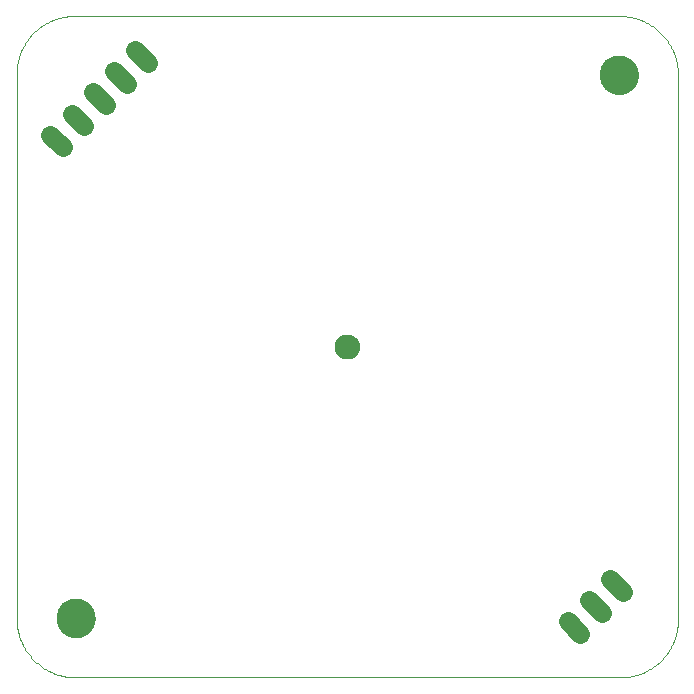
<source format=gts>
G75*
%MOIN*%
%OFA0B0*%
%FSLAX25Y25*%
%IPPOS*%
%LPD*%
%AMOC8*
5,1,8,0,0,1.08239X$1,22.5*
%
%ADD10C,0.00039*%
%ADD11C,0.00000*%
%ADD12C,0.12998*%
%ADD13C,0.08274*%
%ADD14C,0.06400*%
D10*
X0059997Y0061910D02*
X0059997Y0243406D01*
X0060003Y0243872D01*
X0060020Y0244338D01*
X0060048Y0244803D01*
X0060087Y0245268D01*
X0060138Y0245731D01*
X0060199Y0246193D01*
X0060272Y0246654D01*
X0060356Y0247112D01*
X0060451Y0247569D01*
X0060558Y0248023D01*
X0060675Y0248474D01*
X0060802Y0248922D01*
X0060941Y0249367D01*
X0061091Y0249809D01*
X0061251Y0250247D01*
X0061421Y0250681D01*
X0061602Y0251110D01*
X0061793Y0251535D01*
X0061995Y0251956D01*
X0062207Y0252371D01*
X0062428Y0252781D01*
X0062660Y0253186D01*
X0062901Y0253585D01*
X0063152Y0253978D01*
X0063412Y0254365D01*
X0063681Y0254745D01*
X0063960Y0255119D01*
X0064247Y0255486D01*
X0064544Y0255846D01*
X0064848Y0256198D01*
X0065162Y0256543D01*
X0065483Y0256881D01*
X0065813Y0257211D01*
X0066151Y0257532D01*
X0066496Y0257846D01*
X0066848Y0258150D01*
X0067208Y0258447D01*
X0067575Y0258734D01*
X0067949Y0259013D01*
X0068329Y0259282D01*
X0068716Y0259542D01*
X0069109Y0259793D01*
X0069508Y0260034D01*
X0069913Y0260266D01*
X0070323Y0260487D01*
X0070738Y0260699D01*
X0071159Y0260901D01*
X0071584Y0261092D01*
X0072013Y0261273D01*
X0072447Y0261443D01*
X0072885Y0261603D01*
X0073327Y0261753D01*
X0073772Y0261892D01*
X0074220Y0262019D01*
X0074671Y0262136D01*
X0075125Y0262243D01*
X0075582Y0262338D01*
X0076040Y0262422D01*
X0076501Y0262495D01*
X0076963Y0262556D01*
X0077426Y0262607D01*
X0077891Y0262646D01*
X0078356Y0262674D01*
X0078822Y0262691D01*
X0079288Y0262697D01*
X0260784Y0262697D01*
X0261260Y0262691D01*
X0261735Y0262674D01*
X0262210Y0262645D01*
X0262684Y0262605D01*
X0263157Y0262553D01*
X0263628Y0262490D01*
X0264098Y0262416D01*
X0264566Y0262330D01*
X0265032Y0262233D01*
X0265495Y0262125D01*
X0265955Y0262006D01*
X0266413Y0261875D01*
X0266867Y0261734D01*
X0267318Y0261581D01*
X0267764Y0261418D01*
X0268207Y0261244D01*
X0268645Y0261059D01*
X0269079Y0260864D01*
X0269508Y0260658D01*
X0269932Y0260442D01*
X0270351Y0260216D01*
X0270764Y0259980D01*
X0271171Y0259734D01*
X0271572Y0259478D01*
X0271966Y0259212D01*
X0272355Y0258937D01*
X0272736Y0258653D01*
X0273110Y0258360D01*
X0273478Y0258058D01*
X0273838Y0257746D01*
X0274190Y0257427D01*
X0274534Y0257099D01*
X0274871Y0256762D01*
X0275199Y0256418D01*
X0275518Y0256066D01*
X0275830Y0255706D01*
X0276132Y0255338D01*
X0276425Y0254964D01*
X0276709Y0254583D01*
X0276984Y0254194D01*
X0277250Y0253800D01*
X0277506Y0253399D01*
X0277752Y0252992D01*
X0277988Y0252579D01*
X0278214Y0252160D01*
X0278430Y0251736D01*
X0278636Y0251307D01*
X0278831Y0250873D01*
X0279016Y0250435D01*
X0279190Y0249992D01*
X0279353Y0249546D01*
X0279506Y0249095D01*
X0279647Y0248641D01*
X0279778Y0248183D01*
X0279897Y0247723D01*
X0280005Y0247260D01*
X0280102Y0246794D01*
X0280188Y0246326D01*
X0280262Y0245856D01*
X0280325Y0245385D01*
X0280377Y0244912D01*
X0280417Y0244438D01*
X0280446Y0243963D01*
X0280463Y0243488D01*
X0280469Y0243012D01*
X0280469Y0061516D01*
X0280463Y0061050D01*
X0280446Y0060584D01*
X0280418Y0060119D01*
X0280379Y0059654D01*
X0280328Y0059191D01*
X0280267Y0058729D01*
X0280194Y0058268D01*
X0280110Y0057810D01*
X0280015Y0057353D01*
X0279908Y0056899D01*
X0279791Y0056448D01*
X0279664Y0056000D01*
X0279525Y0055555D01*
X0279375Y0055113D01*
X0279215Y0054675D01*
X0279045Y0054241D01*
X0278864Y0053812D01*
X0278673Y0053387D01*
X0278471Y0052966D01*
X0278259Y0052551D01*
X0278038Y0052141D01*
X0277806Y0051736D01*
X0277565Y0051337D01*
X0277314Y0050944D01*
X0277054Y0050557D01*
X0276785Y0050177D01*
X0276506Y0049803D01*
X0276219Y0049436D01*
X0275922Y0049076D01*
X0275618Y0048724D01*
X0275304Y0048379D01*
X0274983Y0048041D01*
X0274653Y0047711D01*
X0274315Y0047390D01*
X0273970Y0047076D01*
X0273618Y0046772D01*
X0273258Y0046475D01*
X0272891Y0046188D01*
X0272517Y0045909D01*
X0272137Y0045640D01*
X0271750Y0045380D01*
X0271357Y0045129D01*
X0270958Y0044888D01*
X0270553Y0044656D01*
X0270143Y0044435D01*
X0269728Y0044223D01*
X0269307Y0044021D01*
X0268882Y0043830D01*
X0268453Y0043649D01*
X0268019Y0043479D01*
X0267581Y0043319D01*
X0267139Y0043169D01*
X0266694Y0043030D01*
X0266246Y0042903D01*
X0265795Y0042786D01*
X0265341Y0042679D01*
X0264884Y0042584D01*
X0264426Y0042500D01*
X0263965Y0042427D01*
X0263503Y0042366D01*
X0263040Y0042315D01*
X0262575Y0042276D01*
X0262110Y0042248D01*
X0261644Y0042231D01*
X0261178Y0042225D01*
X0079682Y0042225D01*
X0079206Y0042231D01*
X0078731Y0042248D01*
X0078256Y0042277D01*
X0077782Y0042317D01*
X0077309Y0042369D01*
X0076838Y0042432D01*
X0076368Y0042506D01*
X0075900Y0042592D01*
X0075434Y0042689D01*
X0074971Y0042797D01*
X0074511Y0042916D01*
X0074053Y0043047D01*
X0073599Y0043188D01*
X0073148Y0043341D01*
X0072702Y0043504D01*
X0072259Y0043678D01*
X0071821Y0043863D01*
X0071387Y0044058D01*
X0070958Y0044264D01*
X0070534Y0044480D01*
X0070115Y0044706D01*
X0069702Y0044942D01*
X0069295Y0045188D01*
X0068894Y0045444D01*
X0068500Y0045710D01*
X0068111Y0045985D01*
X0067730Y0046269D01*
X0067356Y0046562D01*
X0066988Y0046864D01*
X0066628Y0047176D01*
X0066276Y0047495D01*
X0065932Y0047823D01*
X0065595Y0048160D01*
X0065267Y0048504D01*
X0064948Y0048856D01*
X0064636Y0049216D01*
X0064334Y0049584D01*
X0064041Y0049958D01*
X0063757Y0050339D01*
X0063482Y0050728D01*
X0063216Y0051122D01*
X0062960Y0051523D01*
X0062714Y0051930D01*
X0062478Y0052343D01*
X0062252Y0052762D01*
X0062036Y0053186D01*
X0061830Y0053615D01*
X0061635Y0054049D01*
X0061450Y0054487D01*
X0061276Y0054930D01*
X0061113Y0055376D01*
X0060960Y0055827D01*
X0060819Y0056281D01*
X0060688Y0056739D01*
X0060569Y0057199D01*
X0060461Y0057662D01*
X0060364Y0058128D01*
X0060278Y0058596D01*
X0060204Y0059066D01*
X0060141Y0059537D01*
X0060089Y0060010D01*
X0060049Y0060484D01*
X0060020Y0060959D01*
X0060003Y0061434D01*
X0059997Y0061910D01*
D11*
X0073383Y0061910D02*
X0073385Y0062068D01*
X0073391Y0062226D01*
X0073401Y0062384D01*
X0073415Y0062542D01*
X0073433Y0062699D01*
X0073454Y0062856D01*
X0073480Y0063012D01*
X0073510Y0063168D01*
X0073543Y0063323D01*
X0073581Y0063476D01*
X0073622Y0063629D01*
X0073667Y0063781D01*
X0073716Y0063932D01*
X0073769Y0064081D01*
X0073825Y0064229D01*
X0073885Y0064375D01*
X0073949Y0064520D01*
X0074017Y0064663D01*
X0074088Y0064805D01*
X0074162Y0064945D01*
X0074240Y0065082D01*
X0074322Y0065218D01*
X0074406Y0065352D01*
X0074495Y0065483D01*
X0074586Y0065612D01*
X0074681Y0065739D01*
X0074778Y0065864D01*
X0074879Y0065986D01*
X0074983Y0066105D01*
X0075090Y0066222D01*
X0075200Y0066336D01*
X0075313Y0066447D01*
X0075428Y0066556D01*
X0075546Y0066661D01*
X0075667Y0066763D01*
X0075790Y0066863D01*
X0075916Y0066959D01*
X0076044Y0067052D01*
X0076174Y0067142D01*
X0076307Y0067228D01*
X0076442Y0067312D01*
X0076578Y0067391D01*
X0076717Y0067468D01*
X0076858Y0067540D01*
X0077000Y0067610D01*
X0077144Y0067675D01*
X0077290Y0067737D01*
X0077437Y0067795D01*
X0077586Y0067850D01*
X0077736Y0067901D01*
X0077887Y0067948D01*
X0078039Y0067991D01*
X0078192Y0068030D01*
X0078347Y0068066D01*
X0078502Y0068097D01*
X0078658Y0068125D01*
X0078814Y0068149D01*
X0078971Y0068169D01*
X0079129Y0068185D01*
X0079286Y0068197D01*
X0079445Y0068205D01*
X0079603Y0068209D01*
X0079761Y0068209D01*
X0079919Y0068205D01*
X0080078Y0068197D01*
X0080235Y0068185D01*
X0080393Y0068169D01*
X0080550Y0068149D01*
X0080706Y0068125D01*
X0080862Y0068097D01*
X0081017Y0068066D01*
X0081172Y0068030D01*
X0081325Y0067991D01*
X0081477Y0067948D01*
X0081628Y0067901D01*
X0081778Y0067850D01*
X0081927Y0067795D01*
X0082074Y0067737D01*
X0082220Y0067675D01*
X0082364Y0067610D01*
X0082506Y0067540D01*
X0082647Y0067468D01*
X0082786Y0067391D01*
X0082922Y0067312D01*
X0083057Y0067228D01*
X0083190Y0067142D01*
X0083320Y0067052D01*
X0083448Y0066959D01*
X0083574Y0066863D01*
X0083697Y0066763D01*
X0083818Y0066661D01*
X0083936Y0066556D01*
X0084051Y0066447D01*
X0084164Y0066336D01*
X0084274Y0066222D01*
X0084381Y0066105D01*
X0084485Y0065986D01*
X0084586Y0065864D01*
X0084683Y0065739D01*
X0084778Y0065612D01*
X0084869Y0065483D01*
X0084958Y0065352D01*
X0085042Y0065218D01*
X0085124Y0065082D01*
X0085202Y0064945D01*
X0085276Y0064805D01*
X0085347Y0064663D01*
X0085415Y0064520D01*
X0085479Y0064375D01*
X0085539Y0064229D01*
X0085595Y0064081D01*
X0085648Y0063932D01*
X0085697Y0063781D01*
X0085742Y0063629D01*
X0085783Y0063476D01*
X0085821Y0063323D01*
X0085854Y0063168D01*
X0085884Y0063012D01*
X0085910Y0062856D01*
X0085931Y0062699D01*
X0085949Y0062542D01*
X0085963Y0062384D01*
X0085973Y0062226D01*
X0085979Y0062068D01*
X0085981Y0061910D01*
X0085979Y0061752D01*
X0085973Y0061594D01*
X0085963Y0061436D01*
X0085949Y0061278D01*
X0085931Y0061121D01*
X0085910Y0060964D01*
X0085884Y0060808D01*
X0085854Y0060652D01*
X0085821Y0060497D01*
X0085783Y0060344D01*
X0085742Y0060191D01*
X0085697Y0060039D01*
X0085648Y0059888D01*
X0085595Y0059739D01*
X0085539Y0059591D01*
X0085479Y0059445D01*
X0085415Y0059300D01*
X0085347Y0059157D01*
X0085276Y0059015D01*
X0085202Y0058875D01*
X0085124Y0058738D01*
X0085042Y0058602D01*
X0084958Y0058468D01*
X0084869Y0058337D01*
X0084778Y0058208D01*
X0084683Y0058081D01*
X0084586Y0057956D01*
X0084485Y0057834D01*
X0084381Y0057715D01*
X0084274Y0057598D01*
X0084164Y0057484D01*
X0084051Y0057373D01*
X0083936Y0057264D01*
X0083818Y0057159D01*
X0083697Y0057057D01*
X0083574Y0056957D01*
X0083448Y0056861D01*
X0083320Y0056768D01*
X0083190Y0056678D01*
X0083057Y0056592D01*
X0082922Y0056508D01*
X0082786Y0056429D01*
X0082647Y0056352D01*
X0082506Y0056280D01*
X0082364Y0056210D01*
X0082220Y0056145D01*
X0082074Y0056083D01*
X0081927Y0056025D01*
X0081778Y0055970D01*
X0081628Y0055919D01*
X0081477Y0055872D01*
X0081325Y0055829D01*
X0081172Y0055790D01*
X0081017Y0055754D01*
X0080862Y0055723D01*
X0080706Y0055695D01*
X0080550Y0055671D01*
X0080393Y0055651D01*
X0080235Y0055635D01*
X0080078Y0055623D01*
X0079919Y0055615D01*
X0079761Y0055611D01*
X0079603Y0055611D01*
X0079445Y0055615D01*
X0079286Y0055623D01*
X0079129Y0055635D01*
X0078971Y0055651D01*
X0078814Y0055671D01*
X0078658Y0055695D01*
X0078502Y0055723D01*
X0078347Y0055754D01*
X0078192Y0055790D01*
X0078039Y0055829D01*
X0077887Y0055872D01*
X0077736Y0055919D01*
X0077586Y0055970D01*
X0077437Y0056025D01*
X0077290Y0056083D01*
X0077144Y0056145D01*
X0077000Y0056210D01*
X0076858Y0056280D01*
X0076717Y0056352D01*
X0076578Y0056429D01*
X0076442Y0056508D01*
X0076307Y0056592D01*
X0076174Y0056678D01*
X0076044Y0056768D01*
X0075916Y0056861D01*
X0075790Y0056957D01*
X0075667Y0057057D01*
X0075546Y0057159D01*
X0075428Y0057264D01*
X0075313Y0057373D01*
X0075200Y0057484D01*
X0075090Y0057598D01*
X0074983Y0057715D01*
X0074879Y0057834D01*
X0074778Y0057956D01*
X0074681Y0058081D01*
X0074586Y0058208D01*
X0074495Y0058337D01*
X0074406Y0058468D01*
X0074322Y0058602D01*
X0074240Y0058738D01*
X0074162Y0058875D01*
X0074088Y0059015D01*
X0074017Y0059157D01*
X0073949Y0059300D01*
X0073885Y0059445D01*
X0073825Y0059591D01*
X0073769Y0059739D01*
X0073716Y0059888D01*
X0073667Y0060039D01*
X0073622Y0060191D01*
X0073581Y0060344D01*
X0073543Y0060497D01*
X0073510Y0060652D01*
X0073480Y0060808D01*
X0073454Y0060964D01*
X0073433Y0061121D01*
X0073415Y0061278D01*
X0073401Y0061436D01*
X0073391Y0061594D01*
X0073385Y0061752D01*
X0073383Y0061910D01*
X0166296Y0152461D02*
X0166298Y0152586D01*
X0166304Y0152711D01*
X0166314Y0152835D01*
X0166328Y0152959D01*
X0166345Y0153083D01*
X0166367Y0153206D01*
X0166393Y0153328D01*
X0166422Y0153450D01*
X0166455Y0153570D01*
X0166493Y0153689D01*
X0166533Y0153808D01*
X0166578Y0153924D01*
X0166626Y0154039D01*
X0166678Y0154153D01*
X0166734Y0154265D01*
X0166793Y0154375D01*
X0166855Y0154483D01*
X0166921Y0154590D01*
X0166990Y0154694D01*
X0167063Y0154795D01*
X0167138Y0154895D01*
X0167217Y0154992D01*
X0167299Y0155086D01*
X0167384Y0155178D01*
X0167471Y0155267D01*
X0167562Y0155353D01*
X0167655Y0155436D01*
X0167751Y0155517D01*
X0167849Y0155594D01*
X0167949Y0155668D01*
X0168052Y0155739D01*
X0168157Y0155806D01*
X0168265Y0155871D01*
X0168374Y0155931D01*
X0168485Y0155989D01*
X0168598Y0156042D01*
X0168712Y0156092D01*
X0168828Y0156139D01*
X0168945Y0156181D01*
X0169064Y0156220D01*
X0169184Y0156256D01*
X0169305Y0156287D01*
X0169427Y0156315D01*
X0169549Y0156338D01*
X0169673Y0156358D01*
X0169797Y0156374D01*
X0169921Y0156386D01*
X0170046Y0156394D01*
X0170171Y0156398D01*
X0170295Y0156398D01*
X0170420Y0156394D01*
X0170545Y0156386D01*
X0170669Y0156374D01*
X0170793Y0156358D01*
X0170917Y0156338D01*
X0171039Y0156315D01*
X0171161Y0156287D01*
X0171282Y0156256D01*
X0171402Y0156220D01*
X0171521Y0156181D01*
X0171638Y0156139D01*
X0171754Y0156092D01*
X0171868Y0156042D01*
X0171981Y0155989D01*
X0172092Y0155931D01*
X0172202Y0155871D01*
X0172309Y0155806D01*
X0172414Y0155739D01*
X0172517Y0155668D01*
X0172617Y0155594D01*
X0172715Y0155517D01*
X0172811Y0155436D01*
X0172904Y0155353D01*
X0172995Y0155267D01*
X0173082Y0155178D01*
X0173167Y0155086D01*
X0173249Y0154992D01*
X0173328Y0154895D01*
X0173403Y0154795D01*
X0173476Y0154694D01*
X0173545Y0154590D01*
X0173611Y0154483D01*
X0173673Y0154375D01*
X0173732Y0154265D01*
X0173788Y0154153D01*
X0173840Y0154039D01*
X0173888Y0153924D01*
X0173933Y0153808D01*
X0173973Y0153689D01*
X0174011Y0153570D01*
X0174044Y0153450D01*
X0174073Y0153328D01*
X0174099Y0153206D01*
X0174121Y0153083D01*
X0174138Y0152959D01*
X0174152Y0152835D01*
X0174162Y0152711D01*
X0174168Y0152586D01*
X0174170Y0152461D01*
X0174168Y0152336D01*
X0174162Y0152211D01*
X0174152Y0152087D01*
X0174138Y0151963D01*
X0174121Y0151839D01*
X0174099Y0151716D01*
X0174073Y0151594D01*
X0174044Y0151472D01*
X0174011Y0151352D01*
X0173973Y0151233D01*
X0173933Y0151114D01*
X0173888Y0150998D01*
X0173840Y0150883D01*
X0173788Y0150769D01*
X0173732Y0150657D01*
X0173673Y0150547D01*
X0173611Y0150439D01*
X0173545Y0150332D01*
X0173476Y0150228D01*
X0173403Y0150127D01*
X0173328Y0150027D01*
X0173249Y0149930D01*
X0173167Y0149836D01*
X0173082Y0149744D01*
X0172995Y0149655D01*
X0172904Y0149569D01*
X0172811Y0149486D01*
X0172715Y0149405D01*
X0172617Y0149328D01*
X0172517Y0149254D01*
X0172414Y0149183D01*
X0172309Y0149116D01*
X0172201Y0149051D01*
X0172092Y0148991D01*
X0171981Y0148933D01*
X0171868Y0148880D01*
X0171754Y0148830D01*
X0171638Y0148783D01*
X0171521Y0148741D01*
X0171402Y0148702D01*
X0171282Y0148666D01*
X0171161Y0148635D01*
X0171039Y0148607D01*
X0170917Y0148584D01*
X0170793Y0148564D01*
X0170669Y0148548D01*
X0170545Y0148536D01*
X0170420Y0148528D01*
X0170295Y0148524D01*
X0170171Y0148524D01*
X0170046Y0148528D01*
X0169921Y0148536D01*
X0169797Y0148548D01*
X0169673Y0148564D01*
X0169549Y0148584D01*
X0169427Y0148607D01*
X0169305Y0148635D01*
X0169184Y0148666D01*
X0169064Y0148702D01*
X0168945Y0148741D01*
X0168828Y0148783D01*
X0168712Y0148830D01*
X0168598Y0148880D01*
X0168485Y0148933D01*
X0168374Y0148991D01*
X0168264Y0149051D01*
X0168157Y0149116D01*
X0168052Y0149183D01*
X0167949Y0149254D01*
X0167849Y0149328D01*
X0167751Y0149405D01*
X0167655Y0149486D01*
X0167562Y0149569D01*
X0167471Y0149655D01*
X0167384Y0149744D01*
X0167299Y0149836D01*
X0167217Y0149930D01*
X0167138Y0150027D01*
X0167063Y0150127D01*
X0166990Y0150228D01*
X0166921Y0150332D01*
X0166855Y0150439D01*
X0166793Y0150547D01*
X0166734Y0150657D01*
X0166678Y0150769D01*
X0166626Y0150883D01*
X0166578Y0150998D01*
X0166533Y0151114D01*
X0166493Y0151233D01*
X0166455Y0151352D01*
X0166422Y0151472D01*
X0166393Y0151594D01*
X0166367Y0151716D01*
X0166345Y0151839D01*
X0166328Y0151963D01*
X0166314Y0152087D01*
X0166304Y0152211D01*
X0166298Y0152336D01*
X0166296Y0152461D01*
X0254485Y0243012D02*
X0254487Y0243170D01*
X0254493Y0243328D01*
X0254503Y0243486D01*
X0254517Y0243644D01*
X0254535Y0243801D01*
X0254556Y0243958D01*
X0254582Y0244114D01*
X0254612Y0244270D01*
X0254645Y0244425D01*
X0254683Y0244578D01*
X0254724Y0244731D01*
X0254769Y0244883D01*
X0254818Y0245034D01*
X0254871Y0245183D01*
X0254927Y0245331D01*
X0254987Y0245477D01*
X0255051Y0245622D01*
X0255119Y0245765D01*
X0255190Y0245907D01*
X0255264Y0246047D01*
X0255342Y0246184D01*
X0255424Y0246320D01*
X0255508Y0246454D01*
X0255597Y0246585D01*
X0255688Y0246714D01*
X0255783Y0246841D01*
X0255880Y0246966D01*
X0255981Y0247088D01*
X0256085Y0247207D01*
X0256192Y0247324D01*
X0256302Y0247438D01*
X0256415Y0247549D01*
X0256530Y0247658D01*
X0256648Y0247763D01*
X0256769Y0247865D01*
X0256892Y0247965D01*
X0257018Y0248061D01*
X0257146Y0248154D01*
X0257276Y0248244D01*
X0257409Y0248330D01*
X0257544Y0248414D01*
X0257680Y0248493D01*
X0257819Y0248570D01*
X0257960Y0248642D01*
X0258102Y0248712D01*
X0258246Y0248777D01*
X0258392Y0248839D01*
X0258539Y0248897D01*
X0258688Y0248952D01*
X0258838Y0249003D01*
X0258989Y0249050D01*
X0259141Y0249093D01*
X0259294Y0249132D01*
X0259449Y0249168D01*
X0259604Y0249199D01*
X0259760Y0249227D01*
X0259916Y0249251D01*
X0260073Y0249271D01*
X0260231Y0249287D01*
X0260388Y0249299D01*
X0260547Y0249307D01*
X0260705Y0249311D01*
X0260863Y0249311D01*
X0261021Y0249307D01*
X0261180Y0249299D01*
X0261337Y0249287D01*
X0261495Y0249271D01*
X0261652Y0249251D01*
X0261808Y0249227D01*
X0261964Y0249199D01*
X0262119Y0249168D01*
X0262274Y0249132D01*
X0262427Y0249093D01*
X0262579Y0249050D01*
X0262730Y0249003D01*
X0262880Y0248952D01*
X0263029Y0248897D01*
X0263176Y0248839D01*
X0263322Y0248777D01*
X0263466Y0248712D01*
X0263608Y0248642D01*
X0263749Y0248570D01*
X0263888Y0248493D01*
X0264024Y0248414D01*
X0264159Y0248330D01*
X0264292Y0248244D01*
X0264422Y0248154D01*
X0264550Y0248061D01*
X0264676Y0247965D01*
X0264799Y0247865D01*
X0264920Y0247763D01*
X0265038Y0247658D01*
X0265153Y0247549D01*
X0265266Y0247438D01*
X0265376Y0247324D01*
X0265483Y0247207D01*
X0265587Y0247088D01*
X0265688Y0246966D01*
X0265785Y0246841D01*
X0265880Y0246714D01*
X0265971Y0246585D01*
X0266060Y0246454D01*
X0266144Y0246320D01*
X0266226Y0246184D01*
X0266304Y0246047D01*
X0266378Y0245907D01*
X0266449Y0245765D01*
X0266517Y0245622D01*
X0266581Y0245477D01*
X0266641Y0245331D01*
X0266697Y0245183D01*
X0266750Y0245034D01*
X0266799Y0244883D01*
X0266844Y0244731D01*
X0266885Y0244578D01*
X0266923Y0244425D01*
X0266956Y0244270D01*
X0266986Y0244114D01*
X0267012Y0243958D01*
X0267033Y0243801D01*
X0267051Y0243644D01*
X0267065Y0243486D01*
X0267075Y0243328D01*
X0267081Y0243170D01*
X0267083Y0243012D01*
X0267081Y0242854D01*
X0267075Y0242696D01*
X0267065Y0242538D01*
X0267051Y0242380D01*
X0267033Y0242223D01*
X0267012Y0242066D01*
X0266986Y0241910D01*
X0266956Y0241754D01*
X0266923Y0241599D01*
X0266885Y0241446D01*
X0266844Y0241293D01*
X0266799Y0241141D01*
X0266750Y0240990D01*
X0266697Y0240841D01*
X0266641Y0240693D01*
X0266581Y0240547D01*
X0266517Y0240402D01*
X0266449Y0240259D01*
X0266378Y0240117D01*
X0266304Y0239977D01*
X0266226Y0239840D01*
X0266144Y0239704D01*
X0266060Y0239570D01*
X0265971Y0239439D01*
X0265880Y0239310D01*
X0265785Y0239183D01*
X0265688Y0239058D01*
X0265587Y0238936D01*
X0265483Y0238817D01*
X0265376Y0238700D01*
X0265266Y0238586D01*
X0265153Y0238475D01*
X0265038Y0238366D01*
X0264920Y0238261D01*
X0264799Y0238159D01*
X0264676Y0238059D01*
X0264550Y0237963D01*
X0264422Y0237870D01*
X0264292Y0237780D01*
X0264159Y0237694D01*
X0264024Y0237610D01*
X0263888Y0237531D01*
X0263749Y0237454D01*
X0263608Y0237382D01*
X0263466Y0237312D01*
X0263322Y0237247D01*
X0263176Y0237185D01*
X0263029Y0237127D01*
X0262880Y0237072D01*
X0262730Y0237021D01*
X0262579Y0236974D01*
X0262427Y0236931D01*
X0262274Y0236892D01*
X0262119Y0236856D01*
X0261964Y0236825D01*
X0261808Y0236797D01*
X0261652Y0236773D01*
X0261495Y0236753D01*
X0261337Y0236737D01*
X0261180Y0236725D01*
X0261021Y0236717D01*
X0260863Y0236713D01*
X0260705Y0236713D01*
X0260547Y0236717D01*
X0260388Y0236725D01*
X0260231Y0236737D01*
X0260073Y0236753D01*
X0259916Y0236773D01*
X0259760Y0236797D01*
X0259604Y0236825D01*
X0259449Y0236856D01*
X0259294Y0236892D01*
X0259141Y0236931D01*
X0258989Y0236974D01*
X0258838Y0237021D01*
X0258688Y0237072D01*
X0258539Y0237127D01*
X0258392Y0237185D01*
X0258246Y0237247D01*
X0258102Y0237312D01*
X0257960Y0237382D01*
X0257819Y0237454D01*
X0257680Y0237531D01*
X0257544Y0237610D01*
X0257409Y0237694D01*
X0257276Y0237780D01*
X0257146Y0237870D01*
X0257018Y0237963D01*
X0256892Y0238059D01*
X0256769Y0238159D01*
X0256648Y0238261D01*
X0256530Y0238366D01*
X0256415Y0238475D01*
X0256302Y0238586D01*
X0256192Y0238700D01*
X0256085Y0238817D01*
X0255981Y0238936D01*
X0255880Y0239058D01*
X0255783Y0239183D01*
X0255688Y0239310D01*
X0255597Y0239439D01*
X0255508Y0239570D01*
X0255424Y0239704D01*
X0255342Y0239840D01*
X0255264Y0239977D01*
X0255190Y0240117D01*
X0255119Y0240259D01*
X0255051Y0240402D01*
X0254987Y0240547D01*
X0254927Y0240693D01*
X0254871Y0240841D01*
X0254818Y0240990D01*
X0254769Y0241141D01*
X0254724Y0241293D01*
X0254683Y0241446D01*
X0254645Y0241599D01*
X0254612Y0241754D01*
X0254582Y0241910D01*
X0254556Y0242066D01*
X0254535Y0242223D01*
X0254517Y0242380D01*
X0254503Y0242538D01*
X0254493Y0242696D01*
X0254487Y0242854D01*
X0254485Y0243012D01*
D12*
X0260784Y0243012D03*
X0079682Y0061910D03*
D13*
X0170233Y0152461D03*
D14*
X0089677Y0233017D02*
X0085434Y0237260D01*
X0092506Y0244331D02*
X0096748Y0240088D01*
X0103819Y0247159D02*
X0099577Y0251402D01*
X0078363Y0230189D02*
X0082606Y0225946D01*
X0075535Y0218875D02*
X0071292Y0223117D01*
X0243718Y0060897D02*
X0247960Y0056655D01*
X0255031Y0063726D02*
X0250789Y0067968D01*
X0257860Y0075039D02*
X0262102Y0070797D01*
M02*

</source>
